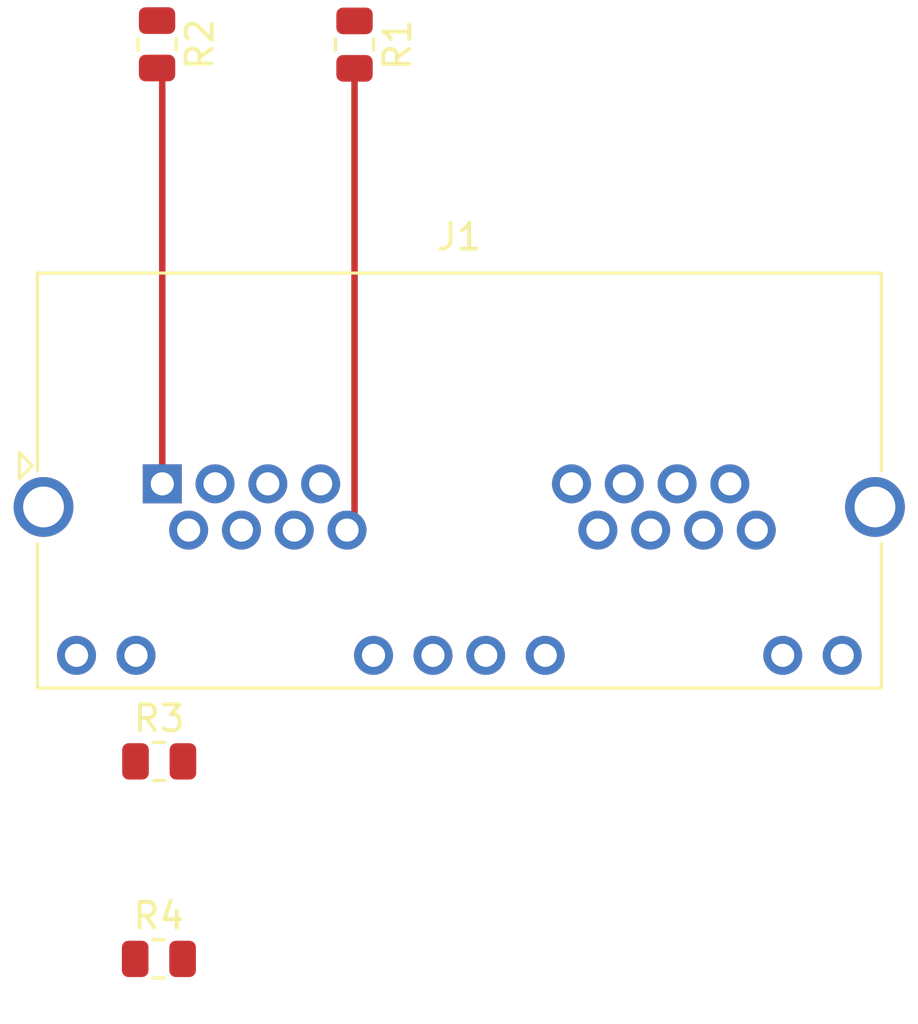
<source format=kicad_pcb>
(kicad_pcb (version 20211014) (generator pcbnew)
  (layers (0 "F.Cu" signal) (31 "B.Cu" signal) (34 "B.Paste" user) (35 "F.Paste" user) (36 "B.SilkS" user "B.Silkscreen") (37 "F.SilkS" user "F.Silkscreen") (38 "B.Mask" user) (39 "F.Mask" user) (44 "Edge.Cuts" user))
  (net 0 "")
  (net 1 "Net-(J1-Pad1)")
  (net 8 "Net-(J1-Pad8)")
  (net 13 "Net-(J1-Pad13)")
  (net 20 "Net-(J1-Pad20)")
  (net 26 "+3.3V")
  (net 27 "GND")
  (footprint "Resistor_SMD:R_0805_2012Metric" (layer "F.Cu") (at 125.5 100.6875 -90)
    (fp_text reference "R2" (at 0 -1.65 90) (layer "F.SilkS"))
    (fp_text value "R")
    (fp_line (start -0.227064 0.735) (end 0.227064 0.735) (layer "F.SilkS") (width 0.12))
    (fp_line (start -0.227064 -0.735) (end 0.227064 -0.735) (layer "F.SilkS") (width 0.12))
    (pad "1" smd roundrect (at -0.9125 0 270) (size 1.025 1.4) (layers "F.Cu" "F.Paste" "F.Mask") (roundrect_rratio 0.243902) (net 27 "GND"))
    (pad "2" smd roundrect (at 0.9125 0 270) (size 1.025 1.4) (layers "F.Cu" "F.Paste" "F.Mask") (roundrect_rratio 0.243902) (net 1 "Net-(J1-Pad1)"))
  )
  (footprint "Resistor_SMD:R_0805_2012Metric" (layer "F.Cu") (at 133.1 100.7 -90)
    (fp_text reference "R1" (at 0 -1.65 90) (layer "F.SilkS"))
    (fp_text value "R")
    (fp_line (start -0.227064 0.735) (end 0.227064 0.735) (layer "F.SilkS") (width 0.12))
    (fp_line (start -0.227064 -0.735) (end 0.227064 -0.735) (layer "F.SilkS") (width 0.12))
    (pad "1" smd roundrect (at -0.9125 0 270) (size 1.025 1.4) (layers "F.Cu" "F.Paste" "F.Mask") (roundrect_rratio 0.243902) (net 26 "+3.3V"))
    (pad "2" smd roundrect (at 0.9125 0 270) (size 1.025 1.4) (layers "F.Cu" "F.Paste" "F.Mask") (roundrect_rratio 0.243902) (net 8 "Net-(J1-Pad8)"))
  )
  (footprint "Connector_RJ:RJ45_Amphenol_RJHSE538X-02" (layer "F.Cu") (at 125.7 117.6)
    (fp_text reference "J1" (at 11.43 -9.5) (layer "F.SilkS"))
    (fp_text value "8P8C_LED_Shielded_x2")
    (fp_line (start -4.805 7.86) (end 27.675 7.86) (layer "F.SilkS") (width 0.12))
    (fp_line (start -5.5 -0.2) (end -5.5 -1.2) (layer "F.SilkS") (width 0.12))
    (fp_line (start -4.805 7.86) (end -4.805 2.3) (layer "F.SilkS") (width 0.12))
    (fp_line (start -5.5 -1.2) (end -5 -0.7) (layer "F.SilkS") (width 0.12))
    (fp_line (start 27.675 -8.11) (end 27.675 -0.5) (layer "F.SilkS") (width 0.12))
    (fp_line (start -4.805 -8.11) (end -4.805 -0.5) (layer "F.SilkS") (width 0.12))
    (fp_line (start 27.675 7.815) (end 27.675 2.3) (layer "F.SilkS") (width 0.12))
    (fp_line (start -5 -0.7) (end -5.5 -0.2) (layer "F.SilkS") (width 0.12))
    (fp_line (start -4.805 -8.11) (end 27.675 -8.11) (layer "F.SilkS") (width 0.12))
    (pad "" np_thru_hole circle (at -2.79 -2.54) (size 3.25 3.25) (drill 3.25) (layers *.Cu *.Mask))
    (pad "" np_thru_hole circle (at 25.66 -2.54) (size 3.25 3.25) (drill 3.25) (layers *.Cu *.Mask))
    (pad "1" thru_hole rect (at 0 0) (size 1.5 1.5) (drill 0.89) (layers *.Cu *.Mask) (net 1 "Net-(J1-Pad1)"))
    (pad "2" thru_hole circle (at 1.016 1.78) (size 1.5 1.5) (drill 0.89) (layers *.Cu *.Mask))
    (pad "3" thru_hole circle (at 2.032 0) (size 1.5 1.5) (drill 0.89) (layers *.Cu *.Mask))
    (pad "4" thru_hole circle (at 3.048 1.78) (size 1.5 1.5) (drill 0.89) (layers *.Cu *.Mask))
    (pad "5" thru_hole circle (at 4.064 0) (size 1.5 1.5) (drill 0.89) (layers *.Cu *.Mask))
    (pad "6" thru_hole circle (at 5.08 1.78) (size 1.5 1.5) (drill 0.89) (layers *.Cu *.Mask))
    (pad "7" thru_hole circle (at 6.096 0) (size 1.5 1.5) (drill 0.89) (layers *.Cu *.Mask))
    (pad "8" thru_hole circle (at 7.112 1.78) (size 1.5 1.5) (drill 0.89) (layers *.Cu *.Mask) (net 8 "Net-(J1-Pad8)"))
    (pad "9" thru_hole circle (at -3.3 6.6) (size 1.5 1.5) (drill 0.89) (layers *.Cu *.Mask))
    (pad "10" thru_hole circle (at -1.01 6.6) (size 1.5 1.5) (drill 0.89) (layers *.Cu *.Mask))
    (pad "11" thru_hole circle (at 8.13 6.6) (size 1.5 1.5) (drill 0.89) (layers *.Cu *.Mask))
    (pad "12" thru_hole circle (at 10.42 6.6) (size 1.5 1.5) (drill 0.89) (layers *.Cu *.Mask))
    (pad "13" thru_hole circle (at 15.75 0) (size 1.5 1.5) (drill 0.89) (layers *.Cu *.Mask) (net 13 "Net-(J1-Pad13)"))
    (pad "14" thru_hole circle (at 16.766 1.78) (size 1.5 1.5) (drill 0.89) (layers *.Cu *.Mask))
    (pad "15" thru_hole circle (at 17.782 0) (size 1.5 1.5) (drill 0.89) (layers *.Cu *.Mask))
    (pad "16" thru_hole circle (at 18.798 1.78) (size 1.5 1.5) (drill 0.89) (layers *.Cu *.Mask))
    (pad "17" thru_hole circle (at 19.814 0) (size 1.5 1.5) (drill 0.89) (layers *.Cu *.Mask))
    (pad "18" thru_hole circle (at 20.83 1.78) (size 1.5 1.5) (drill 0.89) (layers *.Cu *.Mask))
    (pad "19" thru_hole circle (at 21.846 0) (size 1.5 1.5) (drill 0.89) (layers *.Cu *.Mask))
    (pad "20" thru_hole circle (at 22.862 1.78) (size 1.5 1.5) (drill 0.89) (layers *.Cu *.Mask) (net 20 "Net-(J1-Pad20)"))
    (pad "21" thru_hole circle (at 12.45 6.6) (size 1.5 1.5) (drill 0.89) (layers *.Cu *.Mask))
    (pad "22" thru_hole circle (at 14.74 6.6) (size 1.5 1.5) (drill 0.89) (layers *.Cu *.Mask))
    (pad "23" thru_hole circle (at 23.88 6.6) (size 1.5 1.5) (drill 0.89) (layers *.Cu *.Mask))
    (pad "24" thru_hole circle (at 26.17 6.6) (size 1.5 1.5) (drill 0.89) (layers *.Cu *.Mask))
    (pad "SH" thru_hole circle (at 27.43 0.89) (size 2.3 2.3) (drill 1.57) (layers *.Cu *.Mask))
    (pad "SH" thru_hole circle (at -4.57 0.89) (size 2.3 2.3) (drill 1.57) (layers *.Cu *.Mask))
  )
  (footprint "Resistor_SMD:R_0805_2012Metric" (layer "F.Cu") (at 125.57 135.88)
    (fp_text reference "R4" (at 0 -1.65 180) (layer "F.SilkS"))
    (fp_text value "R")
    (fp_line (start -0.227064 -0.735) (end 0.227064 -0.735) (layer "F.SilkS") (width 0.12))
    (fp_line (start -0.227064 0.735) (end 0.227064 0.735) (layer "F.SilkS") (width 0.12))
    (pad "1" smd roundrect (at -0.9125 0) (size 1.025 1.4) (layers "F.Cu" "F.Paste" "F.Mask") (roundrect_rratio 0.243902) (net 27 "GND"))
    (pad "2" smd roundrect (at 0.9125 0) (size 1.025 1.4) (layers "F.Cu" "F.Paste" "F.Mask") (roundrect_rratio 0.243902) (net 13 "Net-(J1-Pad13)"))
  )
  (footprint "Resistor_SMD:R_0805_2012Metric" (layer "F.Cu") (at 125.5825 128.28)
    (fp_text reference "R3" (at 0 -1.65 180) (layer "F.SilkS"))
    (fp_text value "R")
    (fp_line (start -0.227064 0.735) (end 0.227064 0.735) (layer "F.SilkS") (width 0.12))
    (fp_line (start -0.227064 -0.735) (end 0.227064 -0.735) (layer "F.SilkS") (width 0.12))
    (pad "1" smd roundrect (at -0.9125 0) (size 1.025 1.4) (layers "F.Cu" "F.Paste" "F.Mask") (roundrect_rratio 0.243902) (net 26 "+3.3V"))
    (pad "2" smd roundrect (at 0.9125 0) (size 1.025 1.4) (layers "F.Cu" "F.Paste" "F.Mask") (roundrect_rratio 0.243902) (net 20 "Net-(J1-Pad20)"))
  )
  (segment (start 125.5 101.6) (end 125.7 101.8) (width 0.25) (layer "F.Cu") (net 1))
  (segment (start 125.7 101.8) (end 125.7 117.6) (width 0.25) (layer "F.Cu") (net 1))
  (segment (start 133.1 119.092) (end 133.1 101.6125) (width 0.25) (layer "F.Cu") (net 8))
  (segment (start 132.812 119.38) (end 133.1 119.092) (width 0.25) (layer "F.Cu") (net 8))
)
</source>
